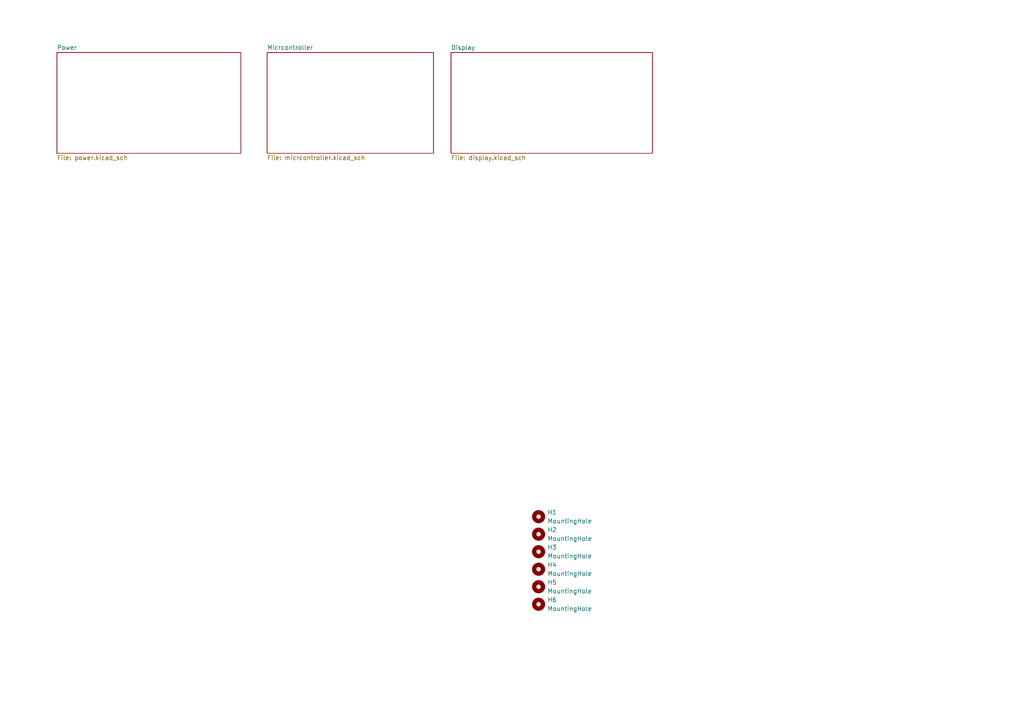
<source format=kicad_sch>
(kicad_sch (version 20250114) (generator "eeschema") (generator_version "9.0")
  (paper "A4")
  (title_block (title "Train Locs Board") (company "Sean Outram") (comment 1 "A TrainTrackr like board for the Midlands Mainline"))
  (lib_symbols
    (symbol "Mechanical:MountingHole" (pin_names (offset 1.016)) (in_bom no)
      (property "Reference" "H" (at 0 5.08 0))
      (property "Value" "MountingHole" (at 0 3.175 0))
      (symbol "MountingHole_0_1"
        (circle (center 0 0) (radius 1.27) (stroke (width 1.27)))
      )
    )
  )
  (symbol (lib_id "Mechanical:MountingHole") (at 156.21 149.86 0) (unit 1) (in_bom no)
    (property "Reference" "H1" (at 158.75 148.5899 0) (effects (justify left)))
    (property "Value" "MountingHole" (at 158.75 151.1299 0) (effects (justify left)))
    (property "Footprint" "MountingHole:MountingHole_2.2mm_M2" (effects (hide yes)))
    (property "Description" "Mounting Hole without connection" (effects (hide yes)))
  )
  (symbol (lib_id "Mechanical:MountingHole") (at 156.21 165.1 0) (unit 1) (in_bom no)
    (property "Reference" "H4" (at 158.75 163.8299 0) (effects (justify left)))
    (property "Value" "MountingHole" (at 158.75 166.3699 0) (effects (justify left)))
    (property "Footprint" "MountingHole:MountingHole_2.2mm_M2" (effects (hide yes)))
    (property "Description" "Mounting Hole without connection" (effects (hide yes)))
  )
  (symbol (lib_id "Mechanical:MountingHole") (at 156.21 175.26 0) (unit 1) (in_bom no)
    (property "Reference" "H6" (at 158.75 173.9899 0) (effects (justify left)))
    (property "Value" "MountingHole" (at 158.75 176.5299 0) (effects (justify left)))
    (property "Footprint" "MountingHole:MountingHole_2.2mm_M2" (effects (hide yes)))
    (property "Description" "Mounting Hole without connection" (effects (hide yes)))
  )
  (symbol (lib_id "Mechanical:MountingHole") (at 156.21 154.94 0) (unit 1) (in_bom no)
    (property "Reference" "H2" (at 158.75 153.6699 0) (effects (justify left)))
    (property "Value" "MountingHole" (at 158.75 156.2099 0) (effects (justify left)))
    (property "Footprint" "MountingHole:MountingHole_2.2mm_M2" (effects (hide yes)))
    (property "Description" "Mounting Hole without connection" (effects (hide yes)))
  )
  (symbol (lib_id "Mechanical:MountingHole") (at 156.21 170.18 0) (unit 1) (in_bom no)
    (property "Reference" "H5" (at 158.75 168.9099 0) (effects (justify left)))
    (property "Value" "MountingHole" (at 158.75 171.4499 0) (effects (justify left)))
    (property "Footprint" "MountingHole:MountingHole_2.2mm_M2" (effects (hide yes)))
    (property "Description" "Mounting Hole without connection" (effects (hide yes)))
  )
  (symbol (lib_id "Mechanical:MountingHole") (at 156.21 160.02 0) (unit 1) (in_bom no)
    (property "Reference" "H3" (at 158.75 158.7499 0) (effects (justify left)))
    (property "Value" "MountingHole" (at 158.75 161.2899 0) (effects (justify left)))
    (property "Footprint" "MountingHole:MountingHole_2.2mm_M2" (effects (hide yes)))
    (property "Description" "Mounting Hole without connection" (effects (hide yes)))
  )
  (sheet (at 130.81 15.24) (size 58.42 29.21) (stroke (width 0.1524))
    (property "Sheetname" "Display" (at 130.81 14.5284 0) (effects (justify left bottom)))
    (property "Sheetfile" "display.kicad_sch" (at 130.81 45.0346 0) (effects (justify left top)))
  )
  (sheet (at 16.51 15.24) (size 53.34 29.21) (stroke (width 0.1524))
    (property "Sheetname" "Power" (at 16.51 14.5284 0) (effects (justify left bottom)))
    (property "Sheetfile" "power.kicad_sch" (at 16.51 45.0346 0) (effects (justify left top)))
  )
  (sheet (at 77.47 15.24) (size 48.26 29.21) (stroke (width 0.1524))
    (property "Sheetname" "Micrcontroller" (at 77.47 14.5284 0) (effects (justify left bottom)))
    (property "Sheetfile" "micrcontroller.kicad_sch" (at 77.47 45.0346 0) (effects (justify left top)))
  )
)
</source>
